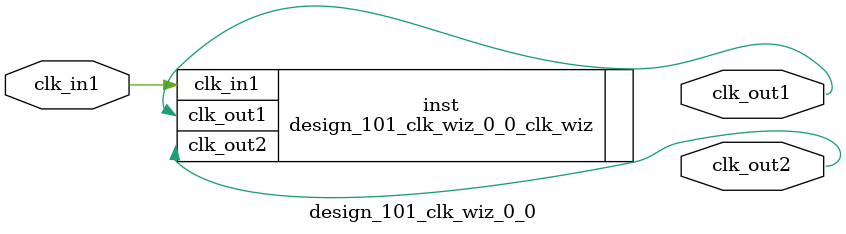
<source format=v>


`timescale 1ps/1ps

(* CORE_GENERATION_INFO = "design_101_clk_wiz_0_0,clk_wiz_v6_0_2_0_0,{component_name=design_101_clk_wiz_0_0,use_phase_alignment=true,use_min_o_jitter=false,use_max_i_jitter=false,use_dyn_phase_shift=false,use_inclk_switchover=false,use_dyn_reconfig=false,enable_axi=0,feedback_source=FDBK_AUTO,PRIMITIVE=MMCM,num_out_clk=2,clkin1_period=10.000,clkin2_period=10.000,use_power_down=false,use_reset=false,use_locked=false,use_inclk_stopped=false,feedback_type=SINGLE,CLOCK_MGR_TYPE=NA,manual_override=false}" *)

module design_101_clk_wiz_0_0 
 (
  // Clock out ports
  output        clk_out1,
  output        clk_out2,
 // Clock in ports
  input         clk_in1
 );

  design_101_clk_wiz_0_0_clk_wiz inst
  (
  // Clock out ports  
  .clk_out1(clk_out1),
  .clk_out2(clk_out2),
 // Clock in ports
  .clk_in1(clk_in1)
  );

endmodule

</source>
